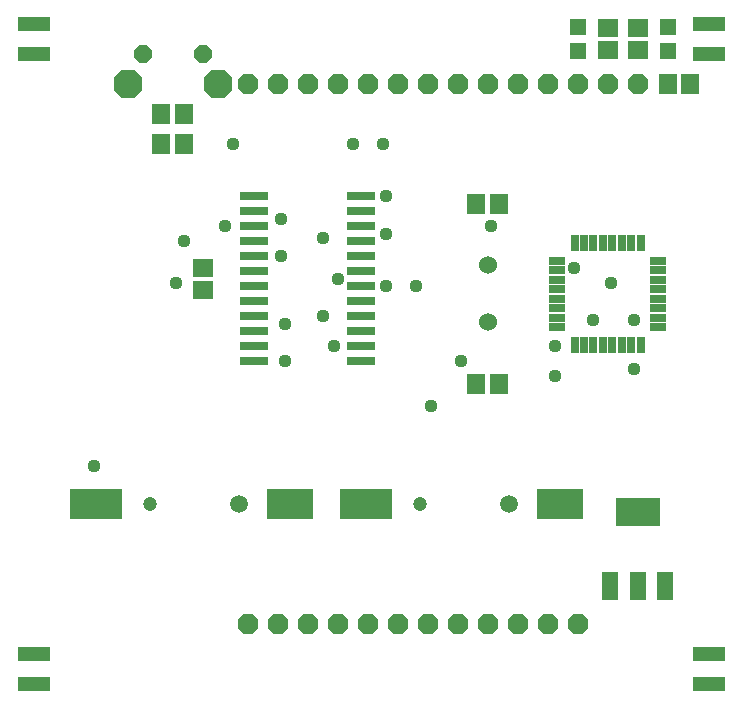
<source format=gbs>
G75*
%MOIN*%
%OFA0B0*%
%FSLAX25Y25*%
%IPPOS*%
%LPD*%
%AMOC8*
5,1,8,0,0,1.08239X$1,22.5*
%
%ADD10OC8,0.06737*%
%ADD11OC8,0.05950*%
%ADD12OC8,0.09658*%
%ADD13R,0.05918X0.06706*%
%ADD14OC8,0.06800*%
%ADD15R,0.10800X0.04800*%
%ADD16R,0.06706X0.05918*%
%ADD17R,0.05524X0.05524*%
%ADD18C,0.06000*%
%ADD19R,0.05800X0.03000*%
%ADD20R,0.03000X0.05800*%
%ADD21R,0.09461X0.03162*%
%ADD22R,0.17729X0.09855*%
%ADD23R,0.15209X0.09855*%
%ADD24C,0.05918*%
%ADD25C,0.04737*%
%ADD26R,0.05599X0.09599*%
%ADD27R,0.14973X0.09461*%
%ADD28C,0.04369*%
D10*
X0110352Y0031500D03*
X0120352Y0031500D03*
X0130352Y0031500D03*
X0140352Y0031500D03*
X0150352Y0031500D03*
X0160352Y0031500D03*
X0170352Y0031500D03*
X0180352Y0031500D03*
X0180352Y0211500D03*
X0170352Y0211500D03*
X0160352Y0211500D03*
X0150352Y0211500D03*
X0140352Y0211500D03*
X0130352Y0211500D03*
X0120352Y0211500D03*
X0110352Y0211500D03*
D11*
X0095352Y0221500D03*
X0075352Y0221500D03*
D12*
X0070352Y0211500D03*
X0100352Y0211500D03*
D13*
X0089092Y0201500D03*
X0081612Y0201500D03*
X0081612Y0191500D03*
X0089092Y0191500D03*
X0186612Y0171500D03*
X0194092Y0171500D03*
X0250362Y0211500D03*
X0257842Y0211500D03*
X0194092Y0111500D03*
X0186612Y0111500D03*
D14*
X0190352Y0031500D03*
X0200352Y0031500D03*
X0210352Y0031500D03*
X0220352Y0031500D03*
X0220352Y0211500D03*
X0210352Y0211500D03*
X0200352Y0211500D03*
X0190352Y0211500D03*
X0230352Y0211500D03*
X0240352Y0211500D03*
D15*
X0039102Y0011500D03*
X0039102Y0021500D03*
X0264102Y0021500D03*
X0264102Y0011500D03*
X0264102Y0221500D03*
X0264102Y0231500D03*
X0039102Y0231500D03*
X0039102Y0221500D03*
D16*
X0095352Y0150240D03*
X0095352Y0142760D03*
X0230352Y0222760D03*
X0230352Y0230240D03*
X0240352Y0230240D03*
X0240352Y0222760D03*
D17*
X0250352Y0222366D03*
X0250352Y0230634D03*
X0220352Y0230634D03*
X0220352Y0222366D03*
D18*
X0190352Y0151000D03*
X0190352Y0132000D03*
D19*
X0213452Y0130476D03*
X0213452Y0133626D03*
X0213452Y0136776D03*
X0213452Y0139925D03*
X0213452Y0143075D03*
X0213452Y0146224D03*
X0213452Y0149374D03*
X0213452Y0152524D03*
X0247252Y0152524D03*
X0247252Y0149374D03*
X0247252Y0146224D03*
X0247252Y0143075D03*
X0247252Y0139925D03*
X0247252Y0136776D03*
X0247252Y0133626D03*
X0247252Y0130476D03*
D20*
X0241376Y0124600D03*
X0238226Y0124600D03*
X0235076Y0124600D03*
X0231927Y0124600D03*
X0228777Y0124600D03*
X0225628Y0124600D03*
X0222478Y0124600D03*
X0219328Y0124600D03*
X0219328Y0158400D03*
X0222478Y0158400D03*
X0225628Y0158400D03*
X0228777Y0158400D03*
X0231927Y0158400D03*
X0235076Y0158400D03*
X0238226Y0158400D03*
X0241376Y0158400D03*
D21*
X0148069Y0159000D03*
X0148069Y0154000D03*
X0148069Y0149000D03*
X0148069Y0144000D03*
X0148069Y0139000D03*
X0148069Y0134000D03*
X0148069Y0129000D03*
X0148069Y0124000D03*
X0148069Y0119000D03*
X0112636Y0119000D03*
X0112636Y0124000D03*
X0112636Y0129000D03*
X0112636Y0134000D03*
X0112636Y0139000D03*
X0112636Y0144000D03*
X0112636Y0149000D03*
X0112636Y0154000D03*
X0112636Y0159000D03*
X0112636Y0164000D03*
X0112636Y0169000D03*
X0112636Y0174000D03*
X0148069Y0174000D03*
X0148069Y0169000D03*
X0148069Y0164000D03*
D22*
X0149660Y0071500D03*
X0059660Y0071500D03*
D23*
X0124389Y0071500D03*
X0214389Y0071500D03*
D24*
X0197478Y0071500D03*
X0107478Y0071500D03*
D25*
X0077950Y0071500D03*
X0167950Y0071500D03*
D26*
X0231254Y0044299D03*
X0240352Y0044299D03*
X0249450Y0044299D03*
D27*
X0240352Y0068701D03*
D28*
X0212852Y0114000D03*
X0212852Y0124000D03*
X0225352Y0132750D03*
X0239102Y0132750D03*
X0231602Y0145250D03*
X0219102Y0150250D03*
X0191602Y0164000D03*
X0166602Y0144000D03*
X0156602Y0144000D03*
X0140352Y0146500D03*
X0135352Y0134000D03*
X0139102Y0124000D03*
X0122852Y0119000D03*
X0122852Y0131500D03*
X0121602Y0154000D03*
X0121602Y0166500D03*
X0135352Y0160250D03*
X0156602Y0161500D03*
X0156602Y0174000D03*
X0155352Y0191500D03*
X0145352Y0191500D03*
X0105352Y0191500D03*
X0102852Y0164000D03*
X0089102Y0159000D03*
X0086602Y0145250D03*
X0059102Y0084000D03*
X0171602Y0104000D03*
X0181602Y0119000D03*
X0239102Y0116500D03*
M02*

</source>
